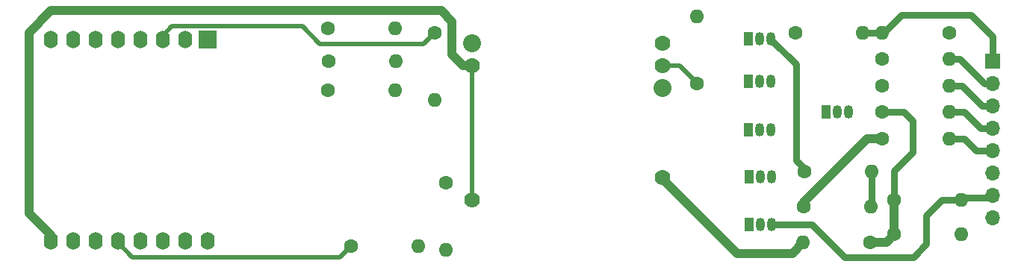
<source format=gbr>
%TF.GenerationSoftware,KiCad,Pcbnew,(6.0.5-0)*%
%TF.CreationDate,2023-03-14T08:16:03+01:00*%
%TF.ProjectId,plasma,706c6173-6d61-42e6-9b69-6361645f7063,rev?*%
%TF.SameCoordinates,Original*%
%TF.FileFunction,Copper,L1,Top*%
%TF.FilePolarity,Positive*%
%FSLAX46Y46*%
G04 Gerber Fmt 4.6, Leading zero omitted, Abs format (unit mm)*
G04 Created by KiCad (PCBNEW (6.0.5-0)) date 2023-03-14 08:16:03*
%MOMM*%
%LPD*%
G01*
G04 APERTURE LIST*
%TA.AperFunction,ComponentPad*%
%ADD10R,1.050000X1.500000*%
%TD*%
%TA.AperFunction,ComponentPad*%
%ADD11O,1.050000X1.500000*%
%TD*%
%TA.AperFunction,ComponentPad*%
%ADD12C,1.778000*%
%TD*%
%TA.AperFunction,ComponentPad*%
%ADD13C,2.032000*%
%TD*%
%TA.AperFunction,ComponentPad*%
%ADD14C,1.600000*%
%TD*%
%TA.AperFunction,ComponentPad*%
%ADD15O,1.600000X1.600000*%
%TD*%
%TA.AperFunction,ComponentPad*%
%ADD16R,2.000000X2.000000*%
%TD*%
%TA.AperFunction,ComponentPad*%
%ADD17O,1.600000X2.000000*%
%TD*%
%TA.AperFunction,ComponentPad*%
%ADD18R,1.700000X1.700000*%
%TD*%
%TA.AperFunction,ComponentPad*%
%ADD19O,1.700000X1.700000*%
%TD*%
%TA.AperFunction,Conductor*%
%ADD20C,0.750000*%
%TD*%
%TA.AperFunction,Conductor*%
%ADD21C,0.500000*%
%TD*%
%TA.AperFunction,Conductor*%
%ADD22C,1.000000*%
%TD*%
G04 APERTURE END LIST*
D10*
%TO.P,Q3,1,E*%
%TO.N,GND*%
X197106000Y-66048000D03*
D11*
%TO.P,Q3,2,B*%
%TO.N,Net-(Q3-Pad2)*%
X198376000Y-66048000D03*
%TO.P,Q3,3,C*%
%TO.N,/Reset_Cathode*%
X199646000Y-66048000D03*
%TD*%
D12*
%TO.P,M1,1,HV_OUT*%
%TO.N,VSS*%
X187360000Y-71445000D03*
%TO.P,M1,2,ADJ*%
%TO.N,Net-(M1-Pad2)*%
X187360000Y-58745000D03*
D13*
%TO.P,M1,3,GND_HV*%
%TO.N,GND*%
X187360000Y-61285000D03*
D12*
%TO.P,M1,4,Vin*%
%TO.N,+5V*%
X165770000Y-58745000D03*
D13*
%TO.P,M1,5,GND_LV*%
%TO.N,GND*%
X165770000Y-56205000D03*
D12*
%TO.P,M1,6,Bias*%
%TO.N,unconnected-(M1-Pad6)*%
X187360000Y-56205000D03*
%TO.P,M1,7,Enable*%
%TO.N,+5V*%
X165770000Y-73985000D03*
%TD*%
D14*
%TO.P,R2,1*%
%TO.N,/P2*%
X162750000Y-72000000D03*
D15*
%TO.P,R2,2*%
%TO.N,Net-(Q5-Pad2)*%
X162750000Y-79620000D03*
%TD*%
D14*
%TO.P,R17,1*%
%TO.N,Net-(M1-Pad2)*%
X191250000Y-60750000D03*
D15*
%TO.P,R17,2*%
%TO.N,GND*%
X191250000Y-53130000D03*
%TD*%
D14*
%TO.P,R8,1*%
%TO.N,Net-(Q1-Pad3)*%
X203400000Y-70800000D03*
D15*
%TO.P,R8,2*%
%TO.N,/Channel2_Anode*%
X211020000Y-70800000D03*
%TD*%
D14*
%TO.P,R1,1*%
%TO.N,/P1*%
X149440000Y-61500000D03*
D15*
%TO.P,R1,2*%
%TO.N,Net-(Q6-Pad2)*%
X157060000Y-61500000D03*
%TD*%
D16*
%TO.P,U1,1,~{RST}*%
%TO.N,unconnected-(U1-Pad1)*%
X135750000Y-55750000D03*
D17*
%TO.P,U1,2,A0*%
%TO.N,unconnected-(U1-Pad2)*%
X133210000Y-55750000D03*
%TO.P,U1,3,D0*%
%TO.N,/RESET*%
X130670000Y-55750000D03*
%TO.P,U1,4,SCK/D5*%
%TO.N,unconnected-(U1-Pad4)*%
X128130000Y-55750000D03*
%TO.P,U1,5,MISO/D6*%
%TO.N,unconnected-(U1-Pad5)*%
X125590000Y-55750000D03*
%TO.P,U1,6,MOSI/D7*%
%TO.N,/A1*%
X123050000Y-55750000D03*
%TO.P,U1,7,CS/D8*%
%TO.N,/A2*%
X120510000Y-55750000D03*
%TO.P,U1,8,3V3*%
%TO.N,unconnected-(U1-Pad8)*%
X117970000Y-55750000D03*
%TO.P,U1,9,5V*%
%TO.N,+5V*%
X117970000Y-78610000D03*
%TO.P,U1,10,GND*%
%TO.N,GND*%
X120510000Y-78610000D03*
%TO.P,U1,11,D4*%
%TO.N,unconnected-(U1-Pad11)*%
X123050000Y-78610000D03*
%TO.P,U1,12,D3*%
%TO.N,/P3*%
X125590000Y-78610000D03*
%TO.P,U1,13,SDA/D2*%
%TO.N,/P2*%
X128130000Y-78610000D03*
%TO.P,U1,14,SCL/D1*%
%TO.N,/P1*%
X130670000Y-78610000D03*
%TO.P,U1,15,RX*%
%TO.N,unconnected-(U1-Pad15)*%
X133210000Y-78610000D03*
%TO.P,U1,16,TX*%
%TO.N,unconnected-(U1-Pad16)*%
X135750000Y-78610000D03*
%TD*%
D14*
%TO.P,R12,1*%
%TO.N,VSS*%
X212190000Y-67000000D03*
D15*
%TO.P,R12,2*%
%TO.N,/Keepalive_Anode*%
X219810000Y-67000000D03*
%TD*%
D14*
%TO.P,D1,1,K*%
%TO.N,Net-(D1-Pad1)*%
X213600000Y-77900000D03*
D15*
%TO.P,D1,2,A*%
%TO.N,GND*%
X221220000Y-77900000D03*
%TD*%
D10*
%TO.P,Q2,1,E*%
%TO.N,GND*%
X197106000Y-60548000D03*
D11*
%TO.P,Q2,2,B*%
%TO.N,Net-(Q2-Pad2)*%
X198376000Y-60548000D03*
%TO.P,Q2,3,C*%
%TO.N,Net-(Q2-Pad3)*%
X199646000Y-60548000D03*
%TD*%
D14*
%TO.P,R3,1*%
%TO.N,/P3*%
X152000000Y-79250000D03*
D15*
%TO.P,R3,2*%
%TO.N,Net-(Q4-Pad2)*%
X159620000Y-79250000D03*
%TD*%
D14*
%TO.P,R6,1*%
%TO.N,/A2*%
X149440000Y-54500000D03*
D15*
%TO.P,R6,2*%
%TO.N,Net-(Q1-Pad2)*%
X157060000Y-54500000D03*
%TD*%
D14*
%TO.P,R4,1*%
%TO.N,/RESET*%
X161500000Y-55000000D03*
D15*
%TO.P,R4,2*%
%TO.N,Net-(Q3-Pad2)*%
X161500000Y-62620000D03*
%TD*%
D10*
%TO.P,Q5,1,E*%
%TO.N,GND*%
X197130000Y-76800000D03*
D11*
%TO.P,Q5,2,B*%
%TO.N,Net-(Q5-Pad2)*%
X198400000Y-76800000D03*
%TO.P,Q5,3,C*%
%TO.N,/Phase2_Cathode*%
X199670000Y-76800000D03*
%TD*%
D14*
%TO.P,R15,1*%
%TO.N,Net-(D1-Pad1)*%
X212190000Y-64000000D03*
D15*
%TO.P,R15,2*%
%TO.N,/Reset_Cathode*%
X219810000Y-64000000D03*
%TD*%
D10*
%TO.P,Q1,1,E*%
%TO.N,GND*%
X197100000Y-55700000D03*
D11*
%TO.P,Q1,2,B*%
%TO.N,Net-(Q1-Pad2)*%
X198370000Y-55700000D03*
%TO.P,Q1,3,C*%
%TO.N,Net-(Q1-Pad3)*%
X199640000Y-55700000D03*
%TD*%
D14*
%TO.P,R11,1*%
%TO.N,Net-(D1-Pad1)*%
X212190000Y-61000000D03*
D15*
%TO.P,R11,2*%
%TO.N,/Phase3_Cathode*%
X219810000Y-61000000D03*
%TD*%
D14*
%TO.P,R14,1*%
%TO.N,Net-(D1-Pad1)*%
X212190000Y-58000000D03*
D15*
%TO.P,R14,2*%
%TO.N,/Phase1_Cathode*%
X219810000Y-58000000D03*
%TD*%
D10*
%TO.P,Q4,1,E*%
%TO.N,GND*%
X197130000Y-71360000D03*
D11*
%TO.P,Q4,2,B*%
%TO.N,Net-(Q4-Pad2)*%
X198400000Y-71360000D03*
%TO.P,Q4,3,C*%
%TO.N,/Phase3_Cathode*%
X199670000Y-71360000D03*
%TD*%
D14*
%TO.P,R5,1*%
%TO.N,/A1*%
X149500000Y-58250000D03*
D15*
%TO.P,R5,2*%
%TO.N,Net-(Q2-Pad2)*%
X157120000Y-58250000D03*
%TD*%
D14*
%TO.P,R16,1*%
%TO.N,Net-(D1-Pad1)*%
X213566000Y-74000000D03*
D15*
%TO.P,R16,2*%
%TO.N,/Phase2_Cathode*%
X221186000Y-74000000D03*
%TD*%
D18*
%TO.P,J1,1,Pin_1*%
%TO.N,/Channel1_Anode*%
X224750000Y-58250000D03*
D19*
%TO.P,J1,2,Pin_2*%
%TO.N,/Phase1_Cathode*%
X224750000Y-60790000D03*
%TO.P,J1,3,Pin_3*%
%TO.N,/Phase3_Cathode*%
X224750000Y-63330000D03*
%TO.P,J1,4,Pin_4*%
%TO.N,/Reset_Cathode*%
X224750000Y-65870000D03*
%TO.P,J1,5,Pin_5*%
%TO.N,/Keepalive_Anode*%
X224750000Y-68410000D03*
%TO.P,J1,6,Pin_6*%
%TO.N,GND*%
X224750000Y-70950000D03*
%TO.P,J1,7,Pin_7*%
%TO.N,/Phase2_Cathode*%
X224750000Y-73490000D03*
%TO.P,J1,8,Pin_8*%
%TO.N,/Channel2_Anode*%
X224750000Y-76030000D03*
%TD*%
D14*
%TO.P,R13,1*%
%TO.N,VSS*%
X203300000Y-74700000D03*
D15*
%TO.P,R13,2*%
%TO.N,/Channel2_Anode*%
X210920000Y-74700000D03*
%TD*%
D10*
%TO.P,Q6,1,E*%
%TO.N,GND*%
X205900000Y-64000000D03*
D11*
%TO.P,Q6,2,B*%
%TO.N,Net-(Q6-Pad2)*%
X207170000Y-64000000D03*
%TO.P,Q6,3,C*%
%TO.N,/Phase1_Cathode*%
X208440000Y-64000000D03*
%TD*%
D14*
%TO.P,R10,1*%
%TO.N,VSS*%
X219826000Y-55000000D03*
D15*
%TO.P,R10,2*%
%TO.N,/Channel1_Anode*%
X212206000Y-55000000D03*
%TD*%
D14*
%TO.P,R7,1*%
%TO.N,Net-(Q2-Pad3)*%
X202376000Y-55000000D03*
D15*
%TO.P,R7,2*%
%TO.N,/Channel1_Anode*%
X209996000Y-55000000D03*
%TD*%
D14*
%TO.P,R9,1*%
%TO.N,Net-(D1-Pad1)*%
X210900000Y-78800000D03*
D15*
%TO.P,R9,2*%
%TO.N,VSS*%
X203280000Y-78800000D03*
%TD*%
D20*
%TO.N,Net-(Q1-Pad3)*%
X202500000Y-69500000D02*
X203400000Y-70400000D01*
X202500000Y-58600000D02*
X202500000Y-69500000D01*
X203400000Y-70400000D02*
X203400000Y-70800000D01*
X199640000Y-55740000D02*
X202500000Y-58600000D01*
X199640000Y-55700000D02*
X199640000Y-55740000D01*
%TO.N,/Reset_Cathode*%
X221500000Y-64000000D02*
X223370000Y-65870000D01*
X219810000Y-64000000D02*
X221500000Y-64000000D01*
X223370000Y-65870000D02*
X224750000Y-65870000D01*
%TO.N,/Phase3_Cathode*%
X219810000Y-61000000D02*
X221250000Y-61000000D01*
X223580000Y-63330000D02*
X224750000Y-63330000D01*
X221250000Y-61000000D02*
X223580000Y-63330000D01*
%TO.N,/Phase2_Cathode*%
X224750000Y-73490000D02*
X224500000Y-73740000D01*
X221446000Y-73740000D02*
X221186000Y-74000000D01*
X217250000Y-75750000D02*
X217250000Y-79000000D01*
X221186000Y-74000000D02*
X219000000Y-74000000D01*
X217250000Y-79000000D02*
X215750000Y-80500000D01*
X208000000Y-80500000D02*
X204250000Y-76750000D01*
X219000000Y-74000000D02*
X217250000Y-75750000D01*
X224500000Y-73740000D02*
X221446000Y-73740000D01*
X215750000Y-80500000D02*
X208000000Y-80500000D01*
X204250000Y-76750000D02*
X204200000Y-76800000D01*
X204200000Y-76800000D02*
X199670000Y-76800000D01*
%TO.N,/Phase1_Cathode*%
X223790000Y-60790000D02*
X224750000Y-60790000D01*
X219810000Y-58000000D02*
X221000000Y-58000000D01*
X221000000Y-58000000D02*
X223790000Y-60790000D01*
D21*
%TO.N,/RESET*%
X146500000Y-54250000D02*
X148500000Y-56250000D01*
X130670000Y-55750000D02*
X130670000Y-55330000D01*
X131750000Y-54250000D02*
X146500000Y-54250000D01*
X148500000Y-56250000D02*
X160250000Y-56250000D01*
X160250000Y-56250000D02*
X161500000Y-55000000D01*
X130670000Y-55330000D02*
X131750000Y-54250000D01*
D22*
%TO.N,+5V*%
X117970000Y-78610000D02*
X117970000Y-77970000D01*
X115500000Y-75500000D02*
X115500000Y-55000000D01*
D21*
X165750000Y-58745000D02*
X165750000Y-73985000D01*
D22*
X117970000Y-77970000D02*
X115500000Y-75500000D01*
X118000000Y-52500000D02*
X162250000Y-52500000D01*
X163500000Y-53750000D02*
X163500000Y-57500000D01*
X162250000Y-52500000D02*
X163500000Y-53750000D01*
X115500000Y-55000000D02*
X118000000Y-52500000D01*
X164745000Y-58745000D02*
X165770000Y-58745000D01*
X163500000Y-57500000D02*
X164745000Y-58745000D01*
D21*
%TO.N,/P3*%
X127250000Y-80500000D02*
X150750000Y-80500000D01*
X150750000Y-80500000D02*
X152000000Y-79250000D01*
X125590000Y-78840000D02*
X127250000Y-80500000D01*
X125590000Y-78610000D02*
X125590000Y-78840000D01*
D20*
%TO.N,Net-(D1-Pad1)*%
X215700000Y-68550000D02*
X215700000Y-65000000D01*
D22*
X210900000Y-78800000D02*
X212700000Y-78800000D01*
X213566000Y-77866000D02*
X213600000Y-77900000D01*
X212700000Y-78800000D02*
X213600000Y-77900000D01*
D20*
X213566000Y-70684000D02*
X215700000Y-68550000D01*
X215700000Y-65000000D02*
X214700000Y-64000000D01*
X213566000Y-74000000D02*
X213566000Y-70684000D01*
D22*
X213566000Y-74000000D02*
X213566000Y-77866000D01*
D20*
X214700000Y-64000000D02*
X212190000Y-64000000D01*
%TO.N,/Channel1_Anode*%
X222337343Y-53000000D02*
X224750000Y-55412657D01*
X212206000Y-55000000D02*
X212424000Y-55000000D01*
X214424000Y-53000000D02*
X222337343Y-53000000D01*
X224750000Y-55412657D02*
X224750000Y-58250000D01*
X212206000Y-55000000D02*
X209996000Y-55000000D01*
X212424000Y-55000000D02*
X214424000Y-53000000D01*
%TO.N,/Keepalive_Anode*%
X222910000Y-68410000D02*
X224750000Y-68410000D01*
X221500000Y-67000000D02*
X222910000Y-68410000D01*
X219810000Y-67000000D02*
X221500000Y-67000000D01*
%TO.N,/Channel2_Anode*%
X211020000Y-74600000D02*
X210920000Y-74700000D01*
X211020000Y-70800000D02*
X211020000Y-74600000D01*
D22*
%TO.N,VSS*%
X203300000Y-74200000D02*
X203300000Y-74700000D01*
X212190000Y-67000000D02*
X210500000Y-67000000D01*
X210500000Y-67000000D02*
X203300000Y-74200000D01*
X202032000Y-80048000D02*
X195798000Y-80048000D01*
X203280000Y-78800000D02*
X202032000Y-80048000D01*
X187360000Y-71610000D02*
X187360000Y-71445000D01*
X195798000Y-80048000D02*
X187360000Y-71610000D01*
D21*
%TO.N,Net-(M1-Pad2)*%
X189295000Y-58745000D02*
X191250000Y-60700000D01*
X187360000Y-58745000D02*
X189295000Y-58745000D01*
X191250000Y-60700000D02*
X191250000Y-60750000D01*
%TD*%
M02*

</source>
